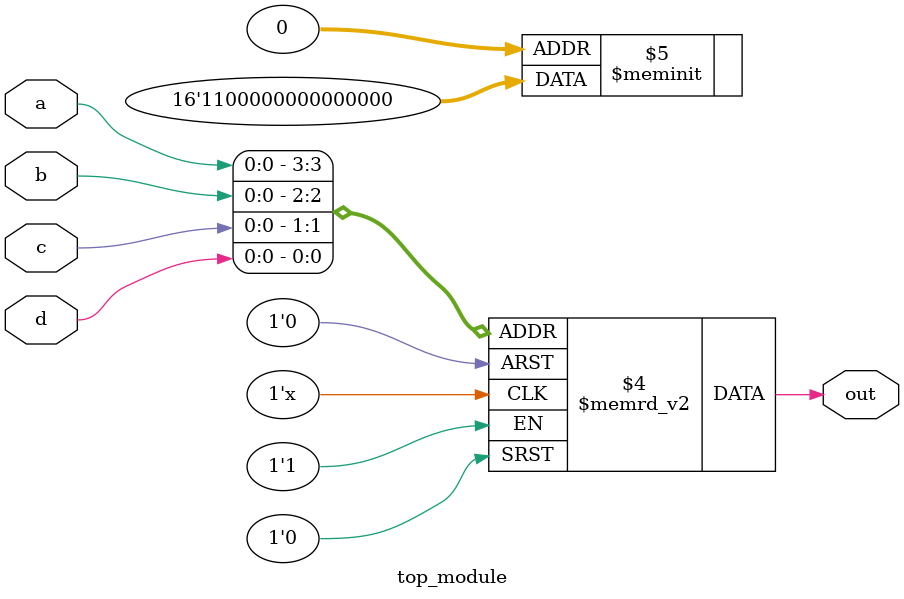
<source format=sv>
module top_module (
	input a, 
	input b,
	input c,
	input d,
	output reg out
);
  
  always @* begin
    case ({a, b, c, d}) 
      // specify the output for each input combination
      4'b0000: out = 1'b0;
      4'b0001: out = 1'b0;
      4'b0010: out = 1'b0;
      4'b0011: out = 1'b0;
      4'b0100: out = 1'b0;
      4'b0101: out = 1'b0;
      4'b0110: out = 1'b0;
      4'b0111: out = 1'b0;
      4'b1000: out = 1'b0;
      4'b1001: out = 1'b0;
      4'b1010: out = 1'b0;
      4'b1011: out = 1'b0;
      4'b1100: out = 1'b0;
      4'b1101: out = 1'b0;
      4'b1110: out = 1'b1;
      4'b1111: out = 1'b1;
      default: out = 1'b0;
    endcase
  end
endmodule

</source>
